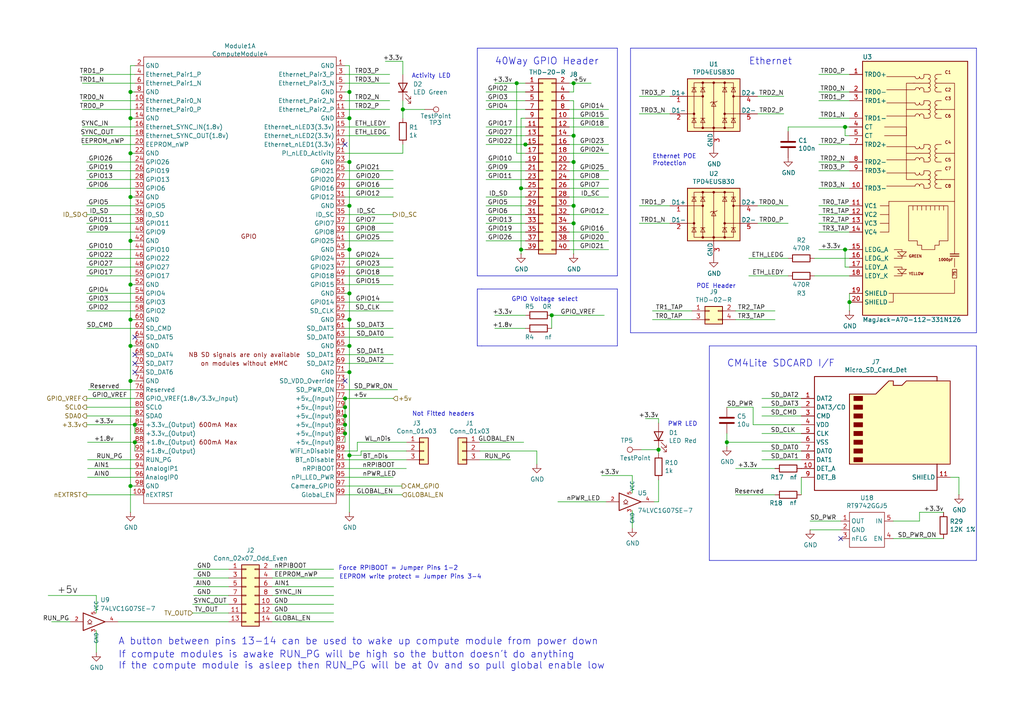
<source format=kicad_sch>
(kicad_sch (version 20231120) (generator "eeschema") (generator_version "8.0")
  (paper "A4")
  (title_block (title "Compute Module 4 IO Board - GPIO - Ethernet") (rev "1") (company "© 2020-2022 Raspberry Pi Ltd (formerly Raspberry Pi (Trading) Ltd.)") (comment 1 "www.raspberrypi.com"))
  (junction (at 37.846 92.71) (diameter 1.016))
  (junction (at 101.346 132.08) (diameter 1.016))
  (junction (at 166.37 39.37) (diameter 1.016))
  (junction (at 101.346 59.69) (diameter 1.016))
  (junction (at 151.13 54.61) (diameter 1.016))
  (junction (at 166.37 24.13) (diameter 1.016))
  (junction (at 101.346 46.99) (diameter 1.016))
  (junction (at 160.02 91.44) (diameter 1.016))
  (junction (at 101.346 72.39) (diameter 1.016))
  (junction (at 246.38 87.63) (diameter 1.016))
  (junction (at 101.346 26.67) (diameter 1.016))
  (junction (at 245.11 36.83) (diameter 1.016))
  (junction (at 151.13 72.39) (diameter 1.016))
  (junction (at 100.076 125.73) (diameter 1.016))
  (junction (at 101.346 85.09) (diameter 1.016))
  (junction (at 166.37 64.77) (diameter 1.016))
  (junction (at 37.846 69.85) (diameter 1.016))
  (junction (at 37.846 26.67) (diameter 1.016))
  (junction (at 100.076 120.65) (diameter 1.016))
  (junction (at 245.11 72.39) (diameter 1.016))
  (junction (at 37.846 100.33) (diameter 1.016))
  (junction (at 37.846 44.45) (diameter 1.016))
  (junction (at 39.116 123.19) (diameter 1.016))
  (junction (at 116.84 31.75) (diameter 1.016))
  (junction (at 101.346 107.95) (diameter 1.016))
  (junction (at 101.346 34.29) (diameter 1.016))
  (junction (at 149.86 24.13) (diameter 1.016))
  (junction (at 166.37 46.99) (diameter 1.016))
  (junction (at 191.008 130.429) (diameter 1.016))
  (junction (at 210.82 128.27) (diameter 1.016))
  (junction (at 101.346 92.71) (diameter 1.016))
  (junction (at 100.076 115.57) (diameter 1.016))
  (junction (at 100.076 123.19) (diameter 1.016))
  (junction (at 101.346 100.33) (diameter 1.016))
  (junction (at 37.846 82.55) (diameter 1.016))
  (junction (at 166.37 59.69) (diameter 1.016))
  (junction (at 39.116 128.27) (diameter 1.016))
  (junction (at 37.846 110.49) (diameter 1.016))
  (junction (at 37.846 34.29) (diameter 1.016))
  (junction (at 37.846 57.15) (diameter 1.016))
  (junction (at 37.846 140.97) (diameter 1.016))
  (junction (at 152.4 41.91) (diameter 1.016))
  (junction (at 100.076 118.11) (diameter 1.016))
  (no_connect (at 243.84 156.21))
  (no_connect (at 100.076 110.49))
  (no_connect (at 39.116 97.79))
  (no_connect (at 100.076 41.91))
  (no_connect (at 39.116 107.95))
  (no_connect (at 39.116 105.41))
  (no_connect (at 39.116 102.87))
  (wire (pts (xy 25.146 118.11) (xy 39.116 118.11)))
  (wire (pts (xy 23.876 36.83) (xy 39.116 36.83)))
  (wire (pts (xy 37.846 57.15) (xy 39.116 57.15)))
  (wire (pts (xy 78.994 175.26) (xy 96.774 175.26)))
  (wire (pts (xy 166.37 64.77) (xy 166.37 73.66)))
  (wire (pts (xy 100.076 44.45) (xy 116.84 44.45)))
  (wire (pts (xy 140.97 39.37) (xy 152.4 39.37)))
  (wire (pts (xy 237.49 21.59) (xy 246.38 21.59)))
  (wire (pts (xy 166.37 29.21) (xy 166.37 39.37)))
  (wire (pts (xy 78.994 170.18) (xy 96.774 170.18)))
  (wire (pts (xy 56.134 167.64) (xy 66.294 167.64)))
  (wire (pts (xy 101.346 132.08) (xy 101.346 148.59)))
  (wire (pts (xy 100.076 21.59) (xy 113.03 21.59)))
  (polyline (pts (xy 179.07 100.33) (xy 139.7 100.33)) (stroke (width 0) (type solid)))
  (wire (pts (xy 237.49 34.29) (xy 246.38 34.29)))
  (wire (pts (xy 245.11 72.39) (xy 246.38 72.39)))
  (wire (pts (xy 101.346 46.99) (xy 101.346 59.69)))
  (wire (pts (xy 37.846 44.45) (xy 37.846 57.15)))
  (polyline (pts (xy 283.21 13.97) (xy 283.21 96.52)) (stroke (width 0) (type solid)))
  (wire (pts (xy 140.97 52.07) (xy 152.4 52.07)))
  (wire (pts (xy 100.076 85.09) (xy 101.346 85.09)))
  (wire (pts (xy 56.134 170.18) (xy 66.294 170.18)))
  (wire (pts (xy 143.51 95.25) (xy 152.4 95.25)))
  (wire (pts (xy 25.146 90.17) (xy 39.116 90.17)))
  (wire (pts (xy 140.97 64.77) (xy 152.4 64.77)))
  (polyline (pts (xy 139.7 83.82) (xy 138.43 83.82)) (stroke (width 0) (type solid)))
  (wire (pts (xy 183.388 137.922) (xy 174.498 137.922)))
  (wire (pts (xy 166.37 64.77) (xy 166.37 59.69)))
  (wire (pts (xy 27.94 172.72) (xy 27.94 177.8)))
  (wire (pts (xy 25.4 138.43) (xy 39.116 138.43)))
  (wire (pts (xy 100.076 80.01) (xy 114.046 80.01)))
  (wire (pts (xy 228.6 38.1) (xy 228.6 36.83)))
  (wire (pts (xy 103.632 128.27) (xy 117.856 128.27)))
  (wire (pts (xy 100.076 34.29) (xy 101.346 34.29)))
  (wire (pts (xy 140.97 31.75) (xy 152.4 31.75)))
  (polyline (pts (xy 205.74 162.56) (xy 205.74 100.33)) (stroke (width 0) (type solid)))
  (wire (pts (xy 139.192 133.35) (xy 148.082 133.35)))
  (wire (pts (xy 25.146 115.57) (xy 39.116 115.57)))
  (wire (pts (xy 100.076 52.07) (xy 114.046 52.07)))
  (wire (pts (xy 140.97 62.23) (xy 152.4 62.23)))
  (wire (pts (xy 101.346 85.09) (xy 101.346 92.71)))
  (wire (pts (xy 166.37 46.99) (xy 165.1 46.99)))
  (wire (pts (xy 37.846 19.05) (xy 37.846 26.67)))
  (wire (pts (xy 100.076 36.83) (xy 113.03 36.83)))
  (wire (pts (xy 25.146 59.69) (xy 39.116 59.69)))
  (wire (pts (xy 166.37 39.37) (xy 165.1 39.37)))
  (wire (pts (xy 100.076 87.63) (xy 114.046 87.63)))
  (wire (pts (xy 56.134 172.72) (xy 66.294 172.72)))
  (wire (pts (xy 100.076 133.35) (xy 117.856 133.35)))
  (wire (pts (xy 78.994 172.72) (xy 96.774 172.72)))
  (wire (pts (xy 37.846 69.85) (xy 39.116 69.85)))
  (wire (pts (xy 100.076 19.05) (xy 101.346 19.05)))
  (wire (pts (xy 140.97 29.21) (xy 152.4 29.21)))
  (wire (pts (xy 25.4 133.35) (xy 39.116 133.35)))
  (wire (pts (xy 100.076 67.31) (xy 114.046 67.31)))
  (wire (pts (xy 100.076 107.95) (xy 101.346 107.95)))
  (wire (pts (xy 236.22 74.93) (xy 246.38 74.93)))
  (wire (pts (xy 23.876 39.37) (xy 39.116 39.37)))
  (wire (pts (xy 237.49 59.69) (xy 246.38 59.69)))
  (wire (pts (xy 100.076 140.97) (xy 116.586 140.97)))
  (polyline (pts (xy 179.07 13.97) (xy 138.43 13.97)) (stroke (width 0) (type solid)))
  (wire (pts (xy 213.36 135.89) (xy 224.79 135.89)))
  (wire (pts (xy 100.076 46.99) (xy 101.346 46.99)))
  (wire (pts (xy 100.076 138.43) (xy 114.046 138.43)))
  (wire (pts (xy 101.346 132.08) (xy 104.7242 132.08)))
  (wire (pts (xy 100.076 26.67) (xy 101.346 26.67)))
  (wire (pts (xy 236.22 80.01) (xy 246.38 80.01)))
  (wire (pts (xy 143.51 24.13) (xy 149.86 24.13)))
  (wire (pts (xy 165.1 24.13) (xy 166.37 24.13)))
  (wire (pts (xy 266.7 148.59) (xy 266.7 151.13)))
  (wire (pts (xy 100.076 24.13) (xy 113.03 24.13)))
  (wire (pts (xy 39.116 19.05) (xy 37.846 19.05)))
  (wire (pts (xy 191.008 121.412) (xy 187.198 121.412)))
  (wire (pts (xy 25.4 128.27) (xy 39.116 128.27)))
  (wire (pts (xy 100.076 120.65) (xy 100.076 123.19)))
  (wire (pts (xy 34.29 180.34) (xy 66.294 180.34)))
  (wire (pts (xy 243.84 151.13) (xy 234.95 151.13)))
  (wire (pts (xy 100.076 82.55) (xy 114.046 82.55)))
  (wire (pts (xy 39.116 128.27) (xy 39.37 128.27)))
  (wire (pts (xy 39.116 140.97) (xy 37.846 140.97)))
  (wire (pts (xy 218.44 123.19) (xy 218.44 118.11)))
  (wire (pts (xy 25.146 46.99) (xy 39.116 46.99)))
  (wire (pts (xy 25.146 120.65) (xy 39.116 120.65)))
  (wire (pts (xy 213.36 90.17) (xy 224.79 90.17)))
  (wire (pts (xy 13.97 172.72) (xy 27.94 172.72)))
  (wire (pts (xy 194.31 64.77) (xy 185.42 64.77)))
  (wire (pts (xy 140.97 49.53) (xy 152.4 49.53)))
  (wire (pts (xy 165.1 36.83) (xy 176.53 36.83)))
  (wire (pts (xy 213.36 92.71) (xy 224.79 92.71)))
  (wire (pts (xy 232.41 138.43) (xy 232.41 143.51)))
  (wire (pts (xy 100.076 115.57) (xy 114.046 115.57)))
  (wire (pts (xy 78.994 180.34) (xy 96.774 180.34)))
  (wire (pts (xy 101.346 92.71) (xy 101.346 100.33)))
  (wire (pts (xy 37.846 82.55) (xy 39.116 82.55)))
  (wire (pts (xy 160.02 91.44) (xy 160.02 95.25)))
  (wire (pts (xy 165.1 29.21) (xy 166.37 29.21)))
  (wire (pts (xy 100.076 62.23) (xy 114.046 62.23)))
  (wire (pts (xy 101.346 72.39) (xy 101.346 85.09)))
  (wire (pts (xy 25.146 54.61) (xy 39.116 54.61)))
  (wire (pts (xy 100.076 69.85) (xy 114.046 69.85)))
  (wire (pts (xy 151.13 34.29) (xy 151.13 54.61)))
  (polyline (pts (xy 179.07 13.97) (xy 179.07 80.01)) (stroke (width 0) (type solid)))
  (wire (pts (xy 191.008 122.682) (xy 191.008 121.412)))
  (wire (pts (xy 237.49 67.31) (xy 246.38 67.31)))
  (wire (pts (xy 37.846 92.71) (xy 39.116 92.71)))
  (wire (pts (xy 151.13 54.61) (xy 152.4 54.61)))
  (wire (pts (xy 56.134 165.1) (xy 66.294 165.1)))
  (wire (pts (xy 100.076 77.47) (xy 114.046 77.47)))
  (polyline (pts (xy 138.43 100.33) (xy 138.43 83.82)) (stroke (width 0) (type solid)))
  (wire (pts (xy 37.846 110.49) (xy 37.846 140.97)))
  (wire (pts (xy 237.49 62.23) (xy 246.38 62.23)))
  (wire (pts (xy 149.86 24.13) (xy 149.86 44.45)))
  (wire (pts (xy 245.11 77.47) (xy 245.11 72.39)))
  (polyline (pts (xy 179.07 83.82) (xy 179.07 100.33)) (stroke (width 0) (type solid)))
  (wire (pts (xy 246.38 85.09) (xy 246.38 87.63)))
  (wire (pts (xy 165.1 31.75) (xy 176.53 31.75)))
  (wire (pts (xy 100.076 125.73) (xy 100.076 128.27)))
  (wire (pts (xy 140.97 67.31) (xy 152.4 67.31)))
  (wire (pts (xy 25.146 62.23) (xy 39.116 62.23)))
  (wire (pts (xy 165.1 67.31) (xy 176.53 67.31)))
  (wire (pts (xy 114.046 90.17) (xy 100.076 90.17)))
  (wire (pts (xy 165.1 69.85) (xy 176.53 69.85)))
  (wire (pts (xy 100.076 59.69) (xy 101.346 59.69)))
  (wire (pts (xy 237.49 64.77) (xy 246.38 64.77)))
  (wire (pts (xy 25.146 52.07) (xy 39.116 52.07)))
  (wire (pts (xy 139.192 130.81) (xy 155.702 130.81)))
  (wire (pts (xy 100.076 118.11) (xy 100.076 120.65)))
  (wire (pts (xy 25.146 95.25) (xy 39.116 95.25)))
  (wire (pts (xy 165.1 54.61) (xy 176.53 54.61)))
  (wire (pts (xy 25.4 135.89) (xy 39.116 135.89)))
  (wire (pts (xy 183.388 148.082) (xy 183.388 153.162)))
  (wire (pts (xy 191.008 139.192) (xy 191.008 145.542)))
  (wire (pts (xy 160.02 91.44) (xy 175.26 91.44)))
  (wire (pts (xy 259.08 156.21) (xy 273.685 156.21)))
  (wire (pts (xy 100.076 29.21) (xy 113.03 29.21)))
  (wire (pts (xy 232.41 133.35) (xy 220.98 133.35)))
  (wire (pts (xy 100.076 123.19) (xy 100.076 125.73)))
  (wire (pts (xy 23.876 41.91) (xy 39.116 41.91)))
  (wire (pts (xy 23.876 21.59) (xy 39.116 21.59)))
  (wire (pts (xy 140.97 36.83) (xy 152.4 36.83)))
  (wire (pts (xy 165.1 49.53) (xy 176.53 49.53)))
  (wire (pts (xy 237.49 26.67) (xy 246.38 26.67)))
  (wire (pts (xy 100.076 31.75) (xy 113.03 31.75)))
  (wire (pts (xy 191.008 130.302) (xy 191.008 130.429)))
  (wire (pts (xy 165.1 57.15) (xy 176.53 57.15)))
  (wire (pts (xy 237.49 72.39) (xy 245.11 72.39)))
  (wire (pts (xy 151.13 54.61) (xy 151.13 72.39)))
  (wire (pts (xy 25.146 85.09) (xy 39.116 85.09)))
  (wire (pts (xy 25.146 49.53) (xy 39.116 49.53)))
  (wire (pts (xy 243.84 153.67) (xy 234.95 153.67)))
  (wire (pts (xy 219.71 59.69) (xy 228.6 59.69)))
  (wire (pts (xy 78.994 167.64) (xy 96.774 167.64)))
  (wire (pts (xy 220.98 115.57) (xy 232.41 115.57)))
  (wire (pts (xy 100.076 39.37) (xy 113.03 39.37)))
  (wire (pts (xy 228.6 36.83) (xy 245.11 36.83)))
  (wire (pts (xy 55.88 177.8) (xy 66.294 177.8)))
  (wire (pts (xy 37.846 100.33) (xy 39.116 100.33)))
  (wire (pts (xy 191.008 145.542) (xy 189.738 145.542)))
  (polyline (pts (xy 283.21 100.33) (xy 283.21 162.56)) (stroke (width 0) (type solid)))
  (wire (pts (xy 185.42 27.94) (xy 194.31 27.94)))
  (wire (pts (xy 166.37 39.37) (xy 166.37 46.99)))
  (wire (pts (xy 25.146 143.51) (xy 39.116 143.51)))
  (wire (pts (xy 165.1 34.29) (xy 176.53 34.29)))
  (wire (pts (xy 100.076 113.03) (xy 115.316 113.03)))
  (wire (pts (xy 278.13 138.43) (xy 278.13 143.51)))
  (wire (pts (xy 140.97 69.85) (xy 152.4 69.85)))
  (wire (pts (xy 78.994 165.1) (xy 96.774 165.1)))
  (wire (pts (xy 165.1 52.07) (xy 176.53 52.07)))
  (wire (pts (xy 100.076 64.77) (xy 114.046 64.77)))
  (wire (pts (xy 100.076 49.53) (xy 114.046 49.53)))
  (wire (pts (xy 140.97 26.67) (xy 152.4 26.67)))
  (wire (pts (xy 140.97 57.15) (xy 152.4 57.15)))
  (wire (pts (xy 213.36 143.51) (xy 224.79 143.51)))
  (wire (pts (xy 101.346 26.67) (xy 101.346 34.29)))
  (polyline (pts (xy 283.21 96.52) (xy 182.88 96.52)) (stroke (width 0) (type solid)))
  (wire (pts (xy 139.192 128.27) (xy 151.892 128.27)))
  (wire (pts (xy 25.146 67.31) (xy 39.116 67.31)))
  (wire (pts (xy 39.116 125.73) (xy 39.116 123.19)))
  (wire (pts (xy 78.994 177.8) (xy 96.774 177.8)))
  (wire (pts (xy 237.49 41.91) (xy 246.38 41.91)))
  (wire (pts (xy 183.388 143.002) (xy 183.388 137.922)))
  (polyline (pts (xy 139.7 83.82) (xy 179.07 83.82)) (stroke (width 0) (type solid)))
  (wire (pts (xy 116.84 31.75) (xy 116.84 29.21)))
  (wire (pts (xy 25.146 64.77) (xy 39.116 64.77)))
  (wire (pts (xy 25.146 80.01) (xy 39.116 80.01)))
  (wire (pts (xy 217.17 80.01) (xy 228.6 80.01)))
  (wire (pts (xy 186.0042 130.429) (xy 191.008 130.429)))
  (wire (pts (xy 100.076 74.93) (xy 114.046 74.93)))
  (wire (pts (xy 273.685 148.59) (xy 266.7 148.59)))
  (wire (pts (xy 39.116 130.81) (xy 39.116 128.27)))
  (wire (pts (xy 101.346 59.69) (xy 101.346 72.39)))
  (wire (pts (xy 166.37 59.69) (xy 166.37 46.99)))
  (polyline (pts (xy 283.21 162.56) (xy 205.74 162.56)) (stroke (width 0) (type solid)))
  (wire (pts (xy 191.008 130.429) (xy 191.008 131.572)))
  (wire (pts (xy 116.84 21.59) (xy 116.84 17.78)))
  (wire (pts (xy 210.82 125.73) (xy 210.82 128.27)))
  (wire (pts (xy 219.71 33.02) (xy 227.33 33.02)))
  (wire (pts (xy 100.076 100.33) (xy 101.346 100.33)))
  (wire (pts (xy 100.076 143.51) (xy 116.586 143.51)))
  (wire (pts (xy 37.846 110.49) (xy 39.116 110.49)))
  (wire (pts (xy 220.98 130.81) (xy 232.41 130.81)))
  (wire (pts (xy 210.82 118.11) (xy 218.44 118.11)))
  (wire (pts (xy 166.37 24.13) (xy 171.45 24.13)))
  (wire (pts (xy 151.13 72.39) (xy 152.4 72.39)))
  (wire (pts (xy 37.846 44.45) (xy 39.116 44.45)))
  (polyline (pts (xy 182.88 96.52) (xy 182.88 13.97)) (stroke (width 0) (type solid)))
  (wire (pts (xy 100.076 115.57) (xy 100.076 118.11)))
  (wire (pts (xy 219.71 27.94) (xy 227.33 27.94)))
  (wire (pts (xy 166.37 26.67) (xy 166.37 24.13)))
  (wire (pts (xy 104.7242 132.08) (xy 104.7242 130.81)))
  (wire (pts (xy 217.17 74.93) (xy 228.6 74.93)))
  (wire (pts (xy 39.116 34.29) (xy 37.846 34.29)))
  (wire (pts (xy 101.346 34.29) (xy 101.346 46.99)))
  (wire (pts (xy 149.86 44.45) (xy 152.4 44.45)))
  (wire (pts (xy 55.88 175.26) (xy 66.294 175.26)))
  (wire (pts (xy 23.876 29.21) (xy 39.116 29.21)))
  (wire (pts (xy 185.42 33.02) (xy 194.31 33.02)))
  (wire (pts (xy 140.97 59.69) (xy 152.4 59.69)))
  (wire (pts (xy 100.076 130.81) (xy 103.632 130.81)))
  (wire (pts (xy 37.846 34.29) (xy 37.846 44.45)))
  (wire (pts (xy 232.41 123.19) (xy 218.44 123.19)))
  (polyline (pts (xy 138.43 100.33) (xy 139.7 100.33)) (stroke (width 0) (type solid)))
  (wire (pts (xy 25.146 74.93) (xy 39.116 74.93)))
  (wire (pts (xy 114.046 102.87) (xy 100.076 102.87)))
  (wire (pts (xy 152.4 34.29) (xy 151.13 34.29)))
  (wire (pts (xy 259.08 151.13) (xy 266.7 151.13)))
  (wire (pts (xy 25.146 77.47) (xy 39.116 77.47)))
  (wire (pts (xy 100.076 57.15) (xy 114.046 57.15)))
  (wire (pts (xy 100.076 92.71) (xy 101.346 92.71)))
  (wire (pts (xy 39.116 26.67) (xy 37.846 26.67)))
  (wire (pts (xy 27.94 182.88) (xy 27.94 189.23)))
  (wire (pts (xy 37.846 82.55) (xy 37.846 92.71)))
  (wire (pts (xy 246.38 87.63) (xy 246.38 90.17)))
  (wire (pts (xy 25.6032 113.03) (xy 39.116 113.03)))
  (wire (pts (xy 165.1 64.77) (xy 166.37 64.77)))
  (polyline (pts (xy 205.74 100.33) (xy 283.21 100.33)) (stroke (width 0) (type solid)))
  (wire (pts (xy 111.76 17.78) (xy 116.84 17.78)))
  (wire (pts (xy 37.846 92.71) (xy 37.846 100.33)))
  (wire (pts (xy 246.38 77.47) (xy 245.11 77.47)))
  (polyline (pts (xy 138.43 80.01) (xy 179.07 80.01)) (stroke (width 0) (type solid)))
  (wire (pts (xy 37.846 100.33) (xy 37.846 110.49)))
  (wire (pts (xy 101.346 19.05) (xy 101.346 26.67)))
  (wire (pts (xy 37.846 140.97) (xy 37.846 148.59)))
  (wire (pts (xy 25.146 123.19) (xy 39.116 123.19)))
  (wire (pts (xy 237.49 54.61) (xy 246.38 54.61)))
  (wire (pts (xy 140.97 46.99) (xy 152.4 46.99)))
  (wire (pts (xy 185.42 59.69) (xy 194.31 59.69)))
  (wire (pts (xy 246.38 39.37) (xy 245.11 39.37)))
  (wire (pts (xy 140.97 41.91) (xy 152.4 41.91)))
  (wire (pts (xy 232.41 118.11) (xy 220.98 118.11)))
  (wire (pts (xy 161.798 145.542) (xy 175.768 145.542)))
  (wire (pts (xy 232.41 125.73) (xy 220.98 125.73)))
  (wire (pts (xy 103.632 130.81) (xy 103.632 128.27)))
  (wire (pts (xy 165.1 62.23) (xy 176.53 62.23)))
  (wire (pts (xy 245.11 39.37) (xy 245.11 36.83)))
  (wire (pts (xy 37.846 57.15) (xy 37.846 69.85)))
  (wire (pts (xy 275.59 138.43) (xy 278.13 138.43)))
  (wire (pts (xy 154.94 41.91) (xy 152.4 41.91)))
  (wire (pts (xy 165.1 59.69) (xy 166.37 59.69)))
  (wire (pts (xy 100.076 97.79) (xy 114.046 97.79)))
  (wire (pts (xy 101.346 100.33) (xy 101.346 107.95)))
  (wire (pts (xy 155.702 130.81) (xy 155.702 134.62)))
  (wire (pts (xy 100.076 105.41) (xy 114.046 105.41)))
  (wire (pts (xy 165.1 41.91) (xy 176.53 41.91)))
  (wire (pts (xy 210.82 128.27) (xy 210.82 129.54)))
  (wire (pts (xy 23.876 24.13) (xy 39.116 24.13)))
  (wire (pts (xy 25.146 87.63) (xy 39.116 87.63)))
  (wire (pts (xy 114.046 95.25) (xy 100.076 95.25)))
  (wire (pts (xy 165.1 26.67) (xy 166.37 26.67)))
  (wire (pts (xy 143.51 91.44) (xy 152.4 91.44)))
  (wire (pts (xy 14.986 180.34) (xy 20.32 180.34)))
  (wire (pts (xy 189.23 90.17) (xy 200.66 90.17)))
  (wire (pts (xy 237.49 49.53) (xy 246.38 49.53)))
  (wire (pts (xy 100.076 135.89) (xy 117.856 135.89)))
  (wire (pts (xy 246.38 36.83) (xy 245.11 36.83)))
  (wire (pts (xy 123.19 31.75) (xy 116.84 31.75)))
  (wire (pts (xy 116.84 34.29) (xy 116.84 31.75)))
  (wire (pts (xy 151.13 72.39) (xy 151.13 73.66)))
  (wire (pts (xy 100.076 54.61) (xy 114.046 54.61)))
  (wire (pts (xy 220.98 120.65) (xy 232.41 120.65)))
  (wire (pts (xy 25.146 72.39) (xy 39.116 72.39)))
  (wire (pts (xy 210.82 128.27) (xy 232.41 128.27)))
  (wire (pts (xy 116.84 44.45) (xy 116.84 41.91)))
  (wire (pts (xy 165.1 44.45) (xy 176.53 44.45)))
  (polyline (pts (xy 138.43 13.97) (xy 138.43 80.01)) (stroke (width 0) (type solid)))
  (wire (pts (xy 101.346 107.95) (xy 101.346 132.08)))
  (wire (pts (xy 237.49 46.99) (xy 246.38 46.99)))
  (wire (pts (xy 219.71 64.77) (xy 228.6 64.77)))
  (wire (pts (xy 189.23 92.71) (xy 200.66 92.71)))
  (wire (pts (xy 104.7242 130.81) (xy 117.856 130.81)))
  (wire (pts (xy 23.876 31.75) (xy 39.116 31.75)))
  (wire (pts (xy 152.4 24.13) (xy 149.86 24.13)))
  (wire (pts (xy 37.846 69.85) (xy 37.846 82.55)))
  (wire (pts (xy 100.076 72.39) (xy 101.346 72.39)))
  (polyline (pts (xy 182.88 13.97) (xy 283.21 13.97)) (stroke (width 0) (type solid)))
  (wire (pts (xy 165.1 72.39) (xy 176.53 72.39)))
  (wire (pts (xy 237.49 29.21) (xy 246.38 29.21)))
  (wire (pts (xy 37.846 26.67) (xy 37.846 34.29)))
  (text "PWR LED" (at 193.675 123.825 0) (effects (font (size 1.27 1.27)) (justify left bottom)))
  (text "Ethernet POE\nProtection" (at 189.23 48.26 0) (effects (font (size 1.27 1.27)) (justify left bottom)))
  (text "40Way GPIO Header" (at 143.51 19.05 0) (effects (font (size 2.007 2.007)) (justify left bottom)))
  (text "CM4Lite SDCARD I/F" (at 210.82 106.68 0) (effects (font (size 2.007 2.007)) (justify left bottom)))
  (text "GPIO Voltage select\n" (at 167.64 87.63 0) (effects (font (size 1.27 1.27)) (justify right bottom)))
  (text "Ethernet" (at 217.17 19.05 0) (effects (font (size 2.0066 2.0066)) (justify left bottom)))
  (text "Activity LED" (at 119.38 22.86 0) (effects (font (size 1.27 1.27)) (justify left bottom)))
  (text "EEPROM write protect = Jumper Pins 3-4\n\n" (at 139.7 170.18 0) (effects (font (size 1.27 1.27)) (justify right bottom)))
  (text "Not Fitted headers" (at 137.668 120.904 0) (effects (font (size 1.27 1.27)) (justify right bottom)))
  (text "A button between pins 13-14 can be used to wake up compute module from power down\n\n" (at 34.29 190.5 0) (effects (font (size 2.007 2.007)) (justify left bottom)))
  (text "If compute modules is awake RUN_PG will be high so the button doesn't do anything\nIf the compute module is asleep then RUN_PG will be at 0v and so pull global enable low" (at 34.29 194.31 0) (effects (font (size 2.007 2.007)) (justify left bottom)))
  (text "Force RPIBOOT = Jumper Pins 1-2 \n" (at 133.858 165.608 0) (effects (font (size 1.27 1.27)) (justify right bottom)))
  (text "POE Header" (at 201.93 83.82 0) (effects (font (size 1.27 1.27)) (justify left bottom)))
  (label "TRD1_N" (at 193.04 64.77 180))
  (label "TRD2_P" (at 245.11 41.91 180))
  (label "GPIO12" (at 110.236 57.15 180))
  (label "GPIO15" (at 175.26 34.29 180))
  (label "TRD2_N" (at 245.11 46.99 180))
  (label "ID_SD" (at 147.32 57.15 180))
  (label "GPIO23" (at 110.236 77.47 180))
  (label "TR2_TAP" (at 246.38 64.77 180))
  (label "SD_PWR_ON" (at 102.616 113.03 0))
  (label "ID_SC" (at 108.966 62.23 180))
  (label "TRD1_P" (at 245.11 29.21 180))
  (label "GPIO14" (at 110.236 87.63 180))
  (label "TRD1_P" (at 30.226 21.59 180))
  (label "Reserved" (at 34.671 113.03 180))
  (label "SD_DAT3" (at 223.52 118.11 0))
  (label "SD_DAT3" (at 111.506 95.25 180))
  (label "+3.3v" (at 148.59 91.44 180))
  (label "GPIO12" (at 175.26 62.23 180))
  (label "SD_DAT0" (at 223.52 130.81 0))
  (label "SD_PWR" (at 234.95 151.13 0))
  (label "GPIO11" (at 148.59 52.07 180))
  (label "TR0_TAP" (at 198.0184 92.71 180))
  (label "GPIO18" (at 175.26 36.83 180))
  (label "nPWR_LED" (at 105.156 138.43 0))
  (label "GND" (at 83.566 175.26 180))
  (label "GPIO3" (at 147.32 29.21 180))
  (label "SD_PWR" (at 210.82 118.11 0))
  (label "+5v" (at 16.51 172.72 0) (effects (font (size 2.0066 2.0066))))
  (label "SD_DAT0" (at 111.506 97.79 180))
  (label "GPIO14" (at 175.26 31.75 180))
  (label "GPIO7" (at 173.99 54.61 180))
  (label "GPIO20" (at 110.236 52.07 180))
  (label "SD_DAT1" (at 223.52 133.35 0))
  (label "GPIO26" (at 148.59 69.85 180))
  (label "BT_nDis" (at 112.6236 133.35 180))
  (label "SD_DAT2" (at 111.506 105.41 180))
  (label "EEPROM_nWP" (at 36.068 41.91 180))
  (label "TRD0_N" (at 227.33 59.69 180))
  (label "GPIO8" (at 108.966 67.31 180))
  (label "AIN0" (at 61.214 170.18 180))
  (label "GPIO26" (at 32.766 46.99 180))
  (label "+3.3v" (at 219.71 135.89 180))
  (label "GPIO5" (at 147.32 59.69 180))
  (label "SYNC_IN" (at 31.496 36.83 180))
  (label "GPIO2" (at 147.32 26.67 180))
  (label "TRD3_N" (at 193.04 33.02 180))
  (label "SD_PWR_ON" (at 260.35 156.21 0))
  (label "TR1_TAP" (at 198.12 90.17 180))
  (label "GPIO18" (at 110.236 80.01 180))
  (label "GPIO15" (at 110.236 82.55 180))
  (label "TRD2_P" (at 102.87 31.75 0))
  (label "GPIO25" (at 110.236 69.85 180))
  (label "nRPIBOOT" (at 114.5032 135.89 180))
  (label "GPIO_VREF" (at 26.67 115.57 0))
  (label "GPIO6" (at 147.32 62.23 180))
  (label "GPIO13" (at 148.59 64.77 180))
  (label "GPIO6" (at 31.496 54.61 180))
  (label "TRD3_N" (at 102.87 24.13 0))
  (label "TR0_TAP" (at 246.38 59.69 180))
  (label "GPIO17" (at 148.59 36.83 180))
  (label "GPIO9" (at 147.32 49.53 180))
  (label "TRD0_P" (at 227.33 64.77 180))
  (label "GPIO25" (at 175.26 49.53 180))
  (label "GPIO21" (at 175.26 72.39 180))
  (label "AIN1" (at 84.074 170.18 180))
  (label "GPIO13" (at 32.766 52.07 180))
  (label "TRD2_N" (at 227.33 27.94 180))
  (label "GPIO_VREF" (at 162.56 91.44 0))
  (label "GPIO19" (at 148.59 67.31 180))
  (label "TRD0_P" (at 245.11 21.59 180))
  (label "TRD2_P" (at 227.33 33.02 180))
  (label "ETH_LEDG" (at 227.33 74.93 180))
  (label "+3.3v" (at 191.008 121.412 180))
  (label "GPIO16" (at 110.236 54.61 180))
  (label "AIN1" (at 31.75 135.89 180))
  (label "TRD3_N" (at 245.11 54.61 180))
  (label "SYNC_IN" (at 87.63 172.72 180))
  (label "TRD0_N" (at 30.226 29.21 180))
  (label "SD_CMD" (at 32.766 95.25 180))
  (label "GND" (at 61.214 165.1 180))
  (label "+5v" (at 170.18 24.13 180))
  (label "RUN_PG" (at 148.082 133.35 180))
  (label "GPIO22" (at 32.766 74.93 180))
  (label "SD_CLK" (at 223.52 125.73 0))
  (label "TRD1_N" (at 245.11 34.29 180))
  (label "GPIO19" (at 32.766 49.53 180))
  (label "+3.3v" (at 148.59 24.13 180))
  (label "GPIO4" (at 31.496 85.09 180))
  (label "TR2_TAP" (at 221.9198 90.17 180))
  (label "nPWR_LED" (at 164.338 145.542 0))
  (label "GPIO5" (at 31.496 59.69 180))
  (label "+3.3v" (at 33.02 123.19 180))
  (label "GPIO10" (at 148.59 46.99 180))
  (label "+5v" (at 106.426 115.57 180))
  (label "SYNC_OUT" (at 33.02 39.37 180))
  (label "GND" (at 61.214 167.64 180))
  (label "EEPROM_nWP" (at 92.202 167.64 180))
  (label "SYNC_OUT" (at 65.786 175.26 180))
  (label "GLOBAL_EN" (at 114.046 143.51 180))
  (label "+3.3v" (at 273.685 148.59 180))
  (label "GPIO27" (at 32.766 77.47 180))
  (label "GLOBAL_EN" (at 90.17 180.34 180))
  (label "GLOBAL_EN" (at 149.352 128.27 180))
  (label "GPIO27" (at 148.59 39.37 180))
  (label "GPIO11" (at 32.766 64.77 180))
  (label "+1.8v" (at 33.02 128.27 180))
  (label "GND" (at 61.214 172.72 180))
  (label "TV_OUT" (at 63.246 177.8 180))
  (label "RUN_PG" (at 35.56 133.35 180))
  (label "TRD3_P" (at 245.11 49.53 180))
  (label "TRD3_P" (at 102.87 21.59 0))
  (label "GPIO20" (at 175.26 69.85 180))
  (label "GPIO7" (at 108.966 64.77 180))
  (label "SD_DAT1" (at 111.506 102.87 180))
  (label "ID_SC" (at 173.99 57.15 180))
  (label "TRD1_N" (at 30.226 24.13 180))
  (label "GPIO22" (at 148.59 41.91 180))
  (label "ETH_LEDG" (at 102.87 39.37 0))
  (label "TR1_TAP" (at 246.38 62.23 180))
  (label "+3.3v" (at 116.84 17.78 180))
  (label "GPIO8" (at 173.99 52.07 180))
  (label "ETH_LEDY" (at 102.87 36.83 0))
  (label "+3.3v" (at 243.84 72.39 180))
  (label "GND" (at 83.566 177.8 180))
  (label "GPIO3" (at 31.496 87.63 180))
  (label "GPIO17" (at 32.766 80.01 180))
  (label "GPIO2" (at 31.496 90.17 180))
  (label "WL_nDis" (at 113.411 128.27 180))
  (label "ID_SD" (at 31.496 62.23 180))
  (label "TRD2_N" (at 102.87 29.21 0))
  (label "GPIO9" (at 31.496 67.31 180))
  (label "TR3_TAP" (at 221.8944 92.71 180))
  (label "nRPIBOOT" (at 88.9 165.1 180))
  (label "+3.3v" (at 179.578 137.922 180))
  (label "TRD3_P" (at 193.04 27.94 180))
  (label "GPIO23" (at 175.26 41.91 180))
  (label "SD_CLK" (at 110.236 90.17 180))
  (label "GPIO24" (at 110.236 74.93 180))
  (label "+1.8v" (at 148.59 95.25 180))
  (label "SD_CMD" (at 223.52 120.65 0))
  (label "GPIO4" (at 147.32 31.75 180))
  (label "RUN_PG" (at 20.066 180.34 180))
  (label "TRD1_P" (at 193.04 59.69 180))
  (label "TRD0_N" (at 245.11 26.67 180))
  (label "GPIO16" (at 175.26 67.31 180))
  (label "GPIO10" (at 32.766 72.39 180))
  (label "GPIO21" (at 110.236 49.53 180))
  (label "TRD0_P" (at 30.226 31.75 180))
  (label "GPIO24" (at 175.26 44.45 180))
  (label "ETH_LEDY" (at 227.33 80.01 180))
  (label "AIN0" (at 31.75 138.43 180))
  (label "SD_DAT2" (at 223.52 115.57 0))
  (label "Reserved" (at 221.615 143.51 180))
  (label "TR3_TAP" (at 246.38 67.31 180))
  (hierarchical_label "+5v" (shape input) (at 114.046 115.57 0))
  (hierarchical_label "GLOBAL_EN" (shape input) (at 116.586 143.51 0))
  (hierarchical_label "ID_SC" (shape output) (at 114.046 62.23 0))
  (hierarchical_label "TV_OUT" (shape input) (at 55.88 177.8 180))
  (hierarchical_label "SCL0" (shape output) (at 25.146 118.11 180))
  (hierarchical_label "ID_SD" (shape output) (at 25.146 62.23 180))
  (hierarchical_label "GPIO_VREF" (shape output) (at 25.146 115.57 180))
  (hierarchical_label "SDA0" (shape output) (at 25.146 120.65 180))
  (hierarchical_label "CAM_GPIO" (shape output) (at 116.586 140.97 0))
  (hierarchical_label "nEXTRST" (shape output) (at 25.146 143.51 180))
  (hierarchical_label "+3.3v" (shape output) (at 25.146 123.19 180))
  (symbol (lib_id "CM4IO:74LVC1G07_copy") (at 183.388 145.542 0) (unit 1)
    (property "Reference" "U5" (at 184.912 143.002 0) (effects (justify left)))
    (property "Value" "74LVC1G07SE-7" (at 184.912 148.082 0) (effects (justify left)))
    (property "Footprint" "Package_TO_SOT_SMD:SOT-353_SC-70-5" (effects (hide yes)))
    (property "Datasheet" "http://www.ti.com/lit/sg/scyt129e/scyt129e.pdf" (effects (hide yes)))
    (property "Description" "Single Buffer Gate w/ Open Drain, Low-Voltage CMOS" (effects (hide yes)))
    (property "Field4" "Farnell" (effects (hide yes)))
    (property "Field5" "2425492" (effects (hide yes)))
    (property "Field6" "74LVC1G07SE-7" (effects (hide yes)))
    (property "Field7" "Diodes" (effects (hide yes)))
    (property "Part Description" "Buffer, Non-Inverting 1 Element 1 Bit per Element Open Drain Output SOT-353" (effects (hide yes)))
  )
  (symbol (lib_id "CM4IO:74LVC1G07_copy") (at 27.94 180.34 0) (unit 1)
    (property "Reference" "U9" (at 30.48 173.99 0))
    (property "Value" "74LVC1G07SE-7" (at 37.084 176.53 0))
    (property "Footprint" "Package_TO_SOT_SMD:SOT-353_SC-70-5" (effects (hide yes)))
    (property "Datasheet" "http://www.ti.com/lit/sg/scyt129e/scyt129e.pdf" (effects (hide yes)))
    (property "Description" "Single Buffer Gate w/ Open Drain, Low-Voltage CMOS" (effects (hide yes)))
    (property "Field4" "Farnell" (effects (hide yes)))
    (property "Field5" "2425492" (effects (hide yes)))
    (property "Field6" "74LVC1G07SE-7" (effects (hide yes)))
    (property "Field7" "Diodes" (effects (hide yes)))
    (property "Part Description" "Buffer, Non-Inverting 1 Element 1 Bit per Element Open Drain Output SOT-353" (effects (hide yes)))
  )
  (symbol (lib_id "power:GND") (at 27.94 189.23 0) (unit 1)
    (property "Reference" "#PWR027" (effects (hide yes)))
    (property "Value" "GND" (at 28.067 193.6242 0))
    (property "Description" "Power symbol creates a global label with name \"GND\" , ground" (effects (hide yes)))
  )
  (symbol (lib_id "CM4IO:RT9742GGJ5") (at 252.73 161.29 0) (unit 1)
    (property "Reference" "U18" (at 251.46 144.399 0))
    (property "Value" "RT9742GGJ5" (at 251.46 146.7104 0))
    (property "Footprint" "Package_TO_SOT_SMD:SOT-23-5" (effects (hide yes)))
    (property "Datasheet" "https://www.richtek.com/assets/product_file/RT9742/DS9742-00.pdf" (effects (hide yes)))
    (property "Field4" "Farnell" (effects (hide yes)))
    (property "Field5" "	2545875" (effects (hide yes)))
    (property "Field6" "RT9742GGJ5" (effects (hide yes)))
    (property "Field7" "RichTek" (effects (hide yes)))
    (property "Field8" "USWI00166" (effects (hide yes)))
    (property "Part Description" "	Power Switch/Driver 1:1 N-Channel 1A TSOT-23-5" (effects (hide yes)))
  )
  (symbol (lib_id "power:GND") (at 234.95 153.67 0) (unit 1)
    (property "Reference" "#PWR0113" (effects (hide yes)))
    (property "Value" "GND" (at 235.077 158.0642 0))
    (property "Description" "Power symbol creates a global label with name \"GND\" , ground" (effects (hide yes)))
  )
  (symbol (lib_id "CM4IO:ComputeModule4-CM4") (at 72.136 74.93 0) (unit 1)
    (property "Reference" "Module1" (at 69.596 13.335 0))
    (property "Value" "ComputeModule4" (at 69.596 15.6464 0))
    (property "Footprint" "CM4IO:Raspberry-Pi-4-Compute-Module" (effects (hide yes)))
    (property "Field4" "Hirose" (effects (hide yes)))
    (property "Field5" "2x DF40C-100DS-0.4V" (effects (hide yes)))
    (property "Field6" "2off DF40C-100DS-0.4V" (effects (hide yes)))
    (property "Field7" "Hirose" (effects (hide yes)))
    (property "Part Description" "	100 Position Connector Receptacle, Center Strip Contacts Surface Mount Gold" (effects (hide yes)))
  )
  (symbol (lib_id "CM4IO:MagJack-A70-112-331N126") (at 267.97 92.71 0) (unit 1)
    (property "Reference" "U3" (at 250.19 16.51 0) (effects (justify left)))
    (property "Value" "MagJack-A70-112-331N126" (at 250.19 92.71 0) (effects (justify left)))
    (property "Footprint" "CM4IO:TRJG0926HENL" (effects (hide yes)))
    (property "Datasheet" "https://p.globalsources.com/IMAGES/PDT/SPEC/690/K1160305690.pdf" (effects (hide yes)))
    (property "Field6" "TRJG0926HENL" (effects (hide yes)))
    (property "Field7" "Trxcon" (effects (hide yes)))
    (property "Field8" "UCON00900" (effects (hide yes)))
    (property "Part Description" "Gigabit Ethernet Magjack" (effects (hide yes)))
  )
  (symbol (lib_id "Device:C") (at 228.6 41.91 0) (unit 1)
    (property "Reference" "C1" (at 231.521 40.7416 0) (effects (justify left)))
    (property "Value" "100n" (at 231.521 43.053 0) (effects (justify left)))
    (property "Footprint" "Capacitor_SMD:C_0402_1005Metric" (effects (hide yes)))
    (property "Description" "Unpolarized capacitor" (effects (hide yes)))
    (property "Field4" "Farnell" (effects (hide yes)))
    (property "Field5" "2611911" (effects (hide yes)))
    (property "Field6" "RM EMK105 B7104KV-F" (effects (hide yes)))
    (property "Field7" "TAIYO YUDEN EUROPE GMBH" (effects (hide yes)))
    (property "Part Description" "	0.1uF 10% 16V Ceramic Capacitor X7R 0402 (1005 Metric)" (effects (hide yes)))
    (property "Field8" "110091611" (effects (hide yes)))
  )
  (symbol (lib_id "power:GND") (at 228.6 45.72 0) (unit 1)
    (property "Reference" "#PWR0101" (effects (hide yes)))
    (property "Value" "GND" (at 228.727 50.1142 0))
    (property "Description" "Power symbol creates a global label with name \"GND\" , ground" (effects (hide yes)))
  )
  (symbol (lib_id "Connector_Generic:Conn_02x02_Odd_Even") (at 205.74 90.17 0) (unit 1)
    (property "Reference" "J9" (at 207.01 84.6582 0))
    (property "Value" "THD-02-R" (at 207.01 86.9696 0))
    (property "Footprint" "Connector_PinHeader_2.54mm:PinHeader_2x02_P2.54mm_Vertical" (effects (hide yes)))
    (property "Description" "Generic connector, double row, 02x02, odd/even pin numbering scheme (row 1 odd numbers, row 2 even numbers), script generated (kicad-library-utils/schlib/autogen/connector/)" (effects (hide yes)))
    (property "Field4" "Toby" (effects (hide yes)))
    (property "Field5" "THD-02-R" (effects (hide yes)))
    (property "Field6" "151-604-425-761" (effects (hide yes)))
    (property "Field7" "EDAC" (effects (hide yes)))
    (property "Field8" "UCON00791" (effects (hide yes)))
    (property "Part Description" "PinHeader_2x02_P2.54mm_Vertical" (effects (hide yes)))
  )
  (symbol (lib_id "Connector_Generic:Conn_02x20_Odd_Even") (at 157.48 46.99 0) (unit 1)
    (property "Reference" "J8" (at 166.37 21.59 0))
    (property "Value" "THD-20-R" (at 158.75 20.9296 0))
    (property "Footprint" "Connector_PinHeader_2.54mm:PinHeader_2x20_P2.54mm_Vertical" (effects (hide yes)))
    (property "Description" "Generic connector, double row, 02x20, odd/even pin numbering scheme (row 1 odd numbers, row 2 even numbers), script generated (kicad-library-utils/schlib/autogen/connector/)" (effects (hide yes)))
    (property "Field4" "Toby" (effects (hide yes)))
    (property "Field5" "THD-20-R" (effects (hide yes)))
    (property "Field6" "THD-20-R" (effects (hide yes)))
    (property "Field7" "Toby" (effects (hide yes)))
    (property "Field8" "UCON00511" (effects (hide yes)))
    (property "Part Description" "PinHeader_2x20_P2.54mm_Vertical" (effects (hide yes)))
  )
  (symbol (lib_id "Device:C") (at 210.82 121.92 0) (unit 1)
    (property "Reference" "C5" (at 213.741 120.7516 0) (effects (justify left)))
    (property "Value" "10u" (at 213.741 123.063 0) (effects (justify left)))
    (property "Footprint" "Capacitor_SMD:C_0805_2012Metric" (effects (hide yes)))
    (property "Description" "Unpolarized capacitor" (effects (hide yes)))
    (property "Field5" "490-14381-1-ND" (effects (hide yes)))
    (property "Field4" "Digikey" (effects (hide yes)))
    (property "Field6" "GRM21BR71A106KA73L" (effects (hide yes)))
    (property "Field7" "Murata" (effects (hide yes)))
    (property "Part Description" "	10uF 10% 10V Ceramic Capacitor X7R 0805 (2012 Metric)" (effects (hide yes)))
    (property "Field8" "111893011" (effects (hide yes)))
  )
  (symbol (lib_id "power:GND") (at 166.37 73.66 0) (unit 1)
    (property "Reference" "#PWR0102" (effects (hide yes)))
    (property "Value" "GND" (at 166.497 78.0542 0))
    (property "Description" "Power symbol creates a global label with name \"GND\" , ground" (effects (hide yes)))
  )
  (symbol (lib_id "power:GND") (at 151.13 73.66 0) (unit 1)
    (property "Reference" "#PWR0103" (effects (hide yes)))
    (property "Value" "GND" (at 151.257 78.0542 0))
    (property "Description" "Power symbol creates a global label with name \"GND\" , ground" (effects (hide yes)))
  )
  (symbol (lib_id "Device:R") (at 232.41 74.93 270) (unit 1)
    (property "Reference" "R2" (at 232.41 69.6722 90))
    (property "Value" "470R" (at 232.41 71.9836 90))
    (property "Footprint" "Resistor_SMD:R_0805_2012Metric_Pad1.20x1.40mm_HandSolder" (effects (hide yes)))
    (property "Description" "Resistor" (effects (hide yes)))
    (property "Field4" "Farnell" (effects (hide yes)))
    (property "Field5" "9239197" (effects (hide yes)))
    (property "Field7" "KOA EUROPE GMBH" (effects (hide yes)))
    (property "Field6" "RK73G1ETQTP4700D         " (effects (hide yes)))
    (property "Field8" "120887981" (effects (hide yes)))
    (property "Part Description" "Resistor 470R M1005 1% 63mW" (effects (hide yes)))
  )
  (symbol (lib_id "Device:R") (at 232.41 80.01 270) (unit 1)
    (property "Reference" "R3" (at 232.41 85.09 90))
    (property "Value" "470R" (at 232.41 82.55 90))
    (property "Footprint" "Resistor_SMD:R_0805_2012Metric_Pad1.20x1.40mm_HandSolder" (effects (hide yes)))
    (property "Description" "Resistor" (effects (hide yes)))
    (property "Field4" "Farnell" (effects (hide yes)))
    (property "Field5" "9239197" (effects (hide yes)))
    (property "Field7" "KOA EUROPE GMBH" (effects (hide yes)))
    (property "Field6" "RK73G1ETQTP4700D         " (effects (hide yes)))
    (property "Field8" "120887981" (effects (hide yes)))
    (property "Part Description" "Resistor 470R M1005 1% 63mW" (effects (hide yes)))
  )
  (symbol (lib_id "power:GND") (at 37.846 148.59 0) (unit 1)
    (property "Reference" "#PWR0104" (effects (hide yes)))
    (property "Value" "GND" (at 37.973 152.9842 0))
    (property "Description" "Power symbol creates a global label with name \"GND\" , ground" (effects (hide yes)))
  )
  (symbol (lib_id "power:GND") (at 101.346 148.59 0) (unit 1)
    (property "Reference" "#PWR0105" (effects (hide yes)))
    (property "Value" "GND" (at 101.473 152.9842 0))
    (property "Description" "Power symbol creates a global label with name \"GND\" , ground" (effects (hide yes)))
  )
  (symbol (lib_id "Device:LED") (at 116.84 25.4 90) (unit 1)
    (property "Reference" "D2" (at 119.8118 24.4094 90) (effects (justify right)))
    (property "Value" "LED Green" (at 119.8118 26.7208 90) (effects (justify right)))
    (property "Footprint" "LED_SMD:LED_0603_1608Metric" (effects (hide yes)))
    (property "Description" "Light emitting diode" (effects (hide yes)))
    (property "Field4" "Digikey " (effects (hide yes)))
    (property "Field5" "LTST-S270KGKT" (effects (hide yes)))
    (property "Field6" "SML-A12M8TT86N" (effects (hide yes)))
    (property "Field7" "Rohm" (effects (hide yes)))
    (property "Field8" "650263301" (effects (hide yes)))
    (property "Part Description" "	Green 572nm LED Indication - Discrete 2.2V 2-SMD, No Lead" (effects (hide yes)))
  )
  (symbol (lib_id "Device:R") (at 116.84 38.1 0) (unit 1)
    (property "Reference" "R1" (at 118.618 36.9316 0) (effects (justify left)))
    (property "Value" "1k" (at 118.618 39.243 0) (effects (justify left)))
    (property "Footprint" "Resistor_SMD:R_0805_2012Metric_Pad1.20x1.40mm_HandSolder" (effects (hide yes)))
    (property "Description" "Resistor" (effects (hide yes)))
    (property "Field4" "Farnell" (effects (hide yes)))
    (property "Field5" "9239235" (effects (hide yes)))
    (property "Field7" "KOA EUROPE GMBH" (effects (hide yes)))
    (property "Field6" "RK73H1ETTP1001F" (effects (hide yes)))
    (property "Part Description" "Resistor 1K M1005 1% 63mW" (effects (hide yes)))
    (property "Field8" "125049511" (effects (hide yes)))
  )
  (symbol (lib_id "power:GND") (at 183.388 153.162 0) (unit 1)
    (property "Reference" "#PWR05" (effects (hide yes)))
    (property "Value" "GND" (at 183.515 157.5562 0))
    (property "Description" "Power symbol creates a global label with name \"GND\" , ground" (effects (hide yes)))
  )
  (symbol (lib_id "Device:LED") (at 191.008 126.492 90) (unit 1)
    (property "Reference" "D1" (at 193.9798 125.5014 90) (effects (justify right)))
    (property "Value" "LED Red" (at 193.9798 127.8128 90) (effects (justify right)))
    (property "Footprint" "LED_SMD:LED_0603_1608Metric" (effects (hide yes)))
    (property "Description" "Light emitting diode" (effects (hide yes)))
    (property "Field4" "Digikey " (effects (hide yes)))
    (property "Field5" "	LTST-S270KRKT" (effects (hide yes)))
    (property "Field6" "SML-A12U8TT86Q" (effects (hide yes)))
    (property "Field7" "Rohm" (effects (hide yes)))
    (property "Field8" "650295101" (effects (hide yes)))
    (property "Part Description" "	Red 620nm LED Indication - Discrete 2.2V 2-SMD, No Lead" (effects (hide yes)))
  )
  (symbol (lib_id "Device:R") (at 191.008 135.382 0) (unit 1)
    (property "Reference" "R10" (at 192.786 134.2136 0) (effects (justify left)))
    (property "Value" "1k" (at 192.786 136.525 0) (effects (justify left)))
    (property "Footprint" "Resistor_SMD:R_0805_2012Metric_Pad1.20x1.40mm_HandSolder" (effects (hide yes)))
    (property "Description" "Resistor" (effects (hide yes)))
    (property "Field4" "Farnell" (effects (hide yes)))
    (property "Field5" "9239235" (effects (hide yes)))
    (property "Field7" "KOA EUROPE GMBH" (effects (hide yes)))
    (property "Field6" "RK73H1ETTP1001F" (effects (hide yes)))
    (property "Part Description" "Resistor 1K M1005 1% 63mW" (effects (hide yes)))
    (property "Field8" "125049511" (effects (hide yes)))
  )
  (symbol (lib_id "Connector_Generic:Conn_01x03") (at 134.112 130.81 0) (mirror y) (unit 1)
    (property "Reference" "J1" (at 136.1948 122.7582 0))
    (property "Value" "Conn_01x03" (at 136.1948 125.0696 0))
    (property "Footprint" "Connector_PinHeader_2.54mm:PinHeader_1x03_P2.54mm_Vertical" (effects (hide yes)))
    (property "Description" "Generic connector, single row, 01x03, script generated (kicad-library-utils/schlib/autogen/connector/)" (effects (hide yes)))
    (property "Field4" "nf" (effects (hide yes)))
    (property "Field5" "nf" (effects (hide yes)))
    (property "Field6" "nf" (effects (hide yes)))
    (property "Field7" "nf" (effects (hide yes)))
    (property "Part Description" "3pin 0.1\" connector" (effects (hide yes)))
  )
  (symbol (lib_id "CM4IO:TPD4EUSB30") (at 207.01 62.23 0) (unit 1)
    (property "Reference" "U2" (at 207.01 50.3682 0))
    (property "Value" "TPD4EUSB30" (at 207.01 52.6796 0))
    (property "Footprint" "Package_SON:USON-10_2.5x1.0mm_P0.5mm" (effects (hide yes)))
    (property "Datasheet" "http://www.ti.com/lit/ds/symlink/tpd2eusb30a.pdf" (effects (hide yes)))
    (property "Description" "4-Channel ESD Protection for Super-Speed USB 3.0 Interface, USON-10" (effects (hide yes)))
    (property "Field4" "Farnell" (effects (hide yes)))
    (property "Field5" "2335455" (effects (hide yes)))
    (property "Field6" "CDDFN10-3324P-13" (effects (hide yes)))
    (property "Field7" "Bourns" (effects (hide yes)))
    (property "Field8" "UDIO00346" (effects (hide yes)))
    (property "Part Description" "Quad TVS diode for high speed signals (USB3, GigE etc.)" (effects (hide yes)))
  )
  (symbol (lib_id "power:GND") (at 155.702 134.62 0) (unit 1)
    (property "Reference" "#PWR0106" (effects (hide yes)))
    (property "Value" "GND" (at 155.829 139.0142 0))
    (property "Description" "Power symbol creates a global label with name \"GND\" , ground" (effects (hide yes)))
  )
  (symbol (lib_id "Connector:TestPoint") (at 186.0042 130.429 90) (unit 1)
    (property "Reference" "TP5" (at 183.642 127.762 90) (effects (justify left)))
    (property "Value" "TestPoint" (at 188.722 132.842 90) (effects (justify left)))
    (property "Footprint" "TestPoint:TestPoint_Pad_1.0x1.0mm" (effects (hide yes)))
    (property "Description" "test point" (effects (hide yes)))
    (property "Field4" "nf" (effects (hide yes)))
    (property "Field5" "nf" (effects (hide yes)))
    (property "Field6" "nf" (effects (hide yes)))
    (property "Field7" "nf" (effects (hide yes)))
  )
  (symbol (lib_id "Device:R") (at 156.21 91.44 90) (unit 1)
    (property "Reference" "R5" (at 154.94 88.9 90) (effects (justify left)))
    (property "Value" "0R" (at 160.02 88.9 90) (effects (justify left)))
    (property "Footprint" "Resistor_SMD:R_0805_2012Metric_Pad1.20x1.40mm_HandSolder" (effects (hide yes)))
    (property "Description" "Resistor" (effects (hide yes)))
    (property "Field4" "Farnell" (effects (hide yes)))
    (property "Field5" "9233750" (effects (hide yes)))
    (property "Field7" "Rohm" (effects (hide yes)))
    (property "Field6" "MCR10EZPJ000" (effects (hide yes)))
    (property "Part Description" "Resistor 0R M2012 5% " (effects (hide yes)))
    (property "Field8" "121629591" (effects (hide yes)))
  )
  (symbol (lib_id "Device:R") (at 156.21 95.25 90) (unit 1)
    (property "Reference" "R4" (at 154.94 97.79 90) (effects (justify left)))
    (property "Value" "nf" (at 160.02 97.79 90) (effects (justify left)))
    (property "Footprint" "Resistor_SMD:R_0805_2012Metric_Pad1.20x1.40mm_HandSolder" (effects (hide yes)))
    (property "Description" "Resistor" (effects (hide yes)))
    (property "Field4" "nf" (effects (hide yes)))
    (property "Field5" "nf" (effects (hide yes)))
    (property "Field6" "nf" (effects (hide yes)))
  )
  (symbol (lib_id "Connector:Micro_SD_Card_Det") (at 255.27 125.73 0) (unit 1)
    (property "Reference" "J7" (at 254 104.9782 0))
    (property "Value" "Micro_SD_Card_Det" (at 254 107.2896 0))
    (property "Footprint" "CM4IO:SDCARD_MOLEX_503398-1892" (effects (hide yes)))
    (property "Datasheet" "https://www.hirose.com/product/en/download_file/key_name/DM3/category/Catalog/doc_file_id/49662/?file_category_id=4&item_id=195&is_series=1" (effects (hide yes)))
    (property "Field4" "Farnell" (effects (hide yes)))
    (property "Field5" "2358234" (effects (hide yes)))
    (property "Field6" "503398-1892" (effects (hide yes)))
    (property "Field7" "Molex" (effects (hide yes)))
    (property "Part Description" "9 (8 + 1) Position Card Connector microSD™ Surface Mount, Right Angle Gold" (effects (hide yes)))
    (property "Field8" "UCON00512" (effects (hide yes)))
  )
  (symbol (lib_id "power:GND") (at 210.82 129.54 0) (unit 1)
    (property "Reference" "#PWR0107" (effects (hide yes)))
    (property "Value" "GND" (at 210.947 133.9342 0))
    (property "Description" "Power symbol creates a global label with name \"GND\" , ground" (effects (hide yes)))
  )
  (symbol (lib_id "power:GND") (at 278.13 143.51 0) (unit 1)
    (property "Reference" "#PWR0108" (effects (hide yes)))
    (property "Value" "GND" (at 278.257 147.9042 0))
    (property "Description" "Power symbol creates a global label with name \"GND\" , ground" (effects (hide yes)))
  )
  (symbol (lib_id "Connector_Generic:Conn_02x07_Odd_Even") (at 71.374 172.72 0) (unit 1)
    (property "Reference" "J2" (at 72.644 159.6136 0))
    (property "Value" "Conn_02x07_Odd_Even" (at 72.644 161.925 0))
    (property "Footprint" "Connector_PinHeader_2.54mm:PinHeader_2x07_P2.54mm_Vertical" (effects (hide yes)))
    (property "Description" "Generic connector, double row, 02x07, odd/even pin numbering scheme (row 1 odd numbers, row 2 even numbers), script generated (kicad-library-utils/schlib/autogen/connector/)" (effects (hide yes)))
    (property "Field4" "Toby" (effects (hide yes)))
    (property "Field5" "THD-07-R" (effects (hide yes)))
    (property "Field6" "THD-07-R" (effects (hide yes)))
    (property "Field7" "Toby" (effects (hide yes)))
    (property "Part Description" "PinHeader_2x07_P2.54mm_Vertical" (effects (hide yes)))
  )
  (symbol (lib_id "Connector_Generic:Conn_01x03") (at 122.936 130.81 0) (unit 1)
    (property "Reference" "J3" (at 120.8532 122.7582 0))
    (property "Value" "Conn_01x03" (at 120.8532 125.0696 0))
    (property "Footprint" "Connector_PinHeader_2.54mm:PinHeader_1x03_P2.54mm_Vertical" (effects (hide yes)))
    (property "Description" "Generic connector, single row, 01x03, script generated (kicad-library-utils/schlib/autogen/connector/)" (effects (hide yes)))
    (property "Field4" "nf" (effects (hide yes)))
    (property "Field5" "nf" (effects (hide yes)))
    (property "Field6" "nf" (effects (hide yes)))
    (property "Field7" "nf" (effects (hide yes)))
    (property "Part Description" "3pin 0.1\" connector" (effects (hide yes)))
  )
  (symbol (lib_id "CM4IO:TPD4EUSB30") (at 207.01 30.48 0) (unit 1)
    (property "Reference" "U1" (at 207.01 18.6182 0))
    (property "Value" "TPD4EUSB30" (at 207.01 20.9296 0))
    (property "Footprint" "Package_SON:USON-10_2.5x1.0mm_P0.5mm" (effects (hide yes)))
    (property "Datasheet" "http://www.ti.com/lit/ds/symlink/tpd2eusb30a.pdf" (effects (hide yes)))
    (property "Description" "4-Channel ESD Protection for Super-Speed USB 3.0 Interface, USON-10" (effects (hide yes)))
    (property "Field4" "Farnell" (effects (hide yes)))
    (property "Field5" "2335455" (effects (hide yes)))
    (property "Field6" "CDDFN10-3324P-13" (effects (hide yes)))
    (property "Field7" "Bourns" (effects (hide yes)))
    (property "Field8" "UDIO00346" (effects (hide yes)))
    (property "Part Description" "Quad TVS diode for high speed signals (USB3, GigE etc.)" (effects (hide yes)))
  )
  (symbol (lib_id "power:GND") (at 246.38 90.17 0) (unit 1)
    (property "Reference" "#PWR0109" (effects (hide yes)))
    (property "Value" "GND" (at 246.507 94.5642 0))
    (property "Description" "Power symbol creates a global label with name \"GND\" , ground" (effects (hide yes)))
  )
  (symbol (lib_id "power:GND") (at 207.01 74.93 0) (unit 1)
    (property "Reference" "#PWR0110" (effects (hide yes)))
    (property "Value" "GND" (at 207.137 79.3242 0))
    (property "Description" "Power symbol creates a global label with name \"GND\" , ground" (effects (hide yes)))
  )
  (symbol (lib_id "power:GND") (at 207.01 43.18 0) (unit 1)
    (property "Reference" "#PWR0111" (effects (hide yes)))
    (property "Value" "GND" (at 207.137 47.5742 0))
    (property "Description" "Power symbol creates a global label with name \"GND\" , ground" (effects (hide yes)))
  )
  (symbol (lib_id "Device:R") (at 228.6 135.89 90) (unit 1)
    (property "Reference" "R17" (at 227.33 138.43 90) (effects (justify left)))
    (property "Value" "nf" (at 231.14 138.43 90) (effects (justify left)))
    (property "Footprint" "Resistor_SMD:R_0805_2012Metric_Pad1.20x1.40mm_HandSolder" (effects (hide yes)))
    (property "Description" "Resistor" (effects (hide yes)))
    (property "Field4" "Farnell" (effects (hide yes)))
    (property "Field5" "9239235" (effects (hide yes)))
    (property "Field7" "KOA EUROPE GMBH" (effects (hide yes)))
    (property "Field6" "RK73H1ETTP1001F" (effects (hide yes)))
    (property "Part Description" "Resistor 1K M1005 1% 63mW" (effects (hide yes)))
    (property "Field8" "125049511" (effects (hide yes)))
  )
  (symbol (lib_id "Connector:TestPoint") (at 123.19 31.75 270) (unit 1)
    (property "Reference" "TP3" (at 124.46 35.56 90) (effects (justify left)))
    (property "Value" "TestPoint" (at 121.92 33.655 90) (effects (justify left)))
    (property "Footprint" "TestPoint:TestPoint_Pad_1.0x1.0mm" (effects (hide yes)))
    (property "Description" "test point" (effects (hide yes)))
    (property "Field4" "nf" (effects (hide yes)))
    (property "Field5" "nf" (effects (hide yes)))
    (property "Field6" "nf" (effects (hide yes)))
    (property "Field7" "nf" (effects (hide yes)))
  )
  (symbol (lib_id "Device:R") (at 273.685 152.4 0) (unit 1)
    (property "Reference" "R29" (at 275.463 151.2316 0) (effects (justify left)))
    (property "Value" "12K 1%" (at 275.463 153.543 0) (effects (justify left)))
    (property "Footprint" "Resistor_SMD:R_0805_2012Metric_Pad1.20x1.40mm_HandSolder" (effects (hide yes)))
    (property "Description" "Resistor" (effects (hide yes)))
    (property "Field4" "Farnell" (effects (hide yes)))
    (property "Field5" "9239367" (effects (hide yes)))
    (property "Field7" "Rohm" (effects (hide yes)))
    (property "Field6" "MCR01MZPF1202" (effects (hide yes)))
    (property "Part Description" "Resistor 12K M1005 1% 63mW" (effects (hide yes)))
  )
  (symbol (lib_id "Device:R") (at 228.6 143.51 90) (unit 1)
    (property "Reference" "R18" (at 227.0506 145.8976 90) (effects (justify left)))
    (property "Value" "nf" (at 231.0638 145.8468 90) (effects (justify left)))
    (property "Footprint" "Resistor_SMD:R_0805_2012Metric_Pad1.20x1.40mm_HandSolder" (effects (hide yes)))
    (property "Description" "Resistor" (effects (hide yes)))
    (property "Field4" "Farnell" (effects (hide yes)))
    (property "Field5" "9239235" (effects (hide yes)))
    (property "Field7" "KOA EUROPE GMBH" (effects (hide yes)))
    (property "Field6" "RK73H1ETTP1001F" (effects (hide yes)))
    (property "Part Description" "Resistor 1K M1005 1% 63mW" (effects (hide yes)))
    (property "Field8" "125049511" (effects (hide yes)))
  )
)
</source>
